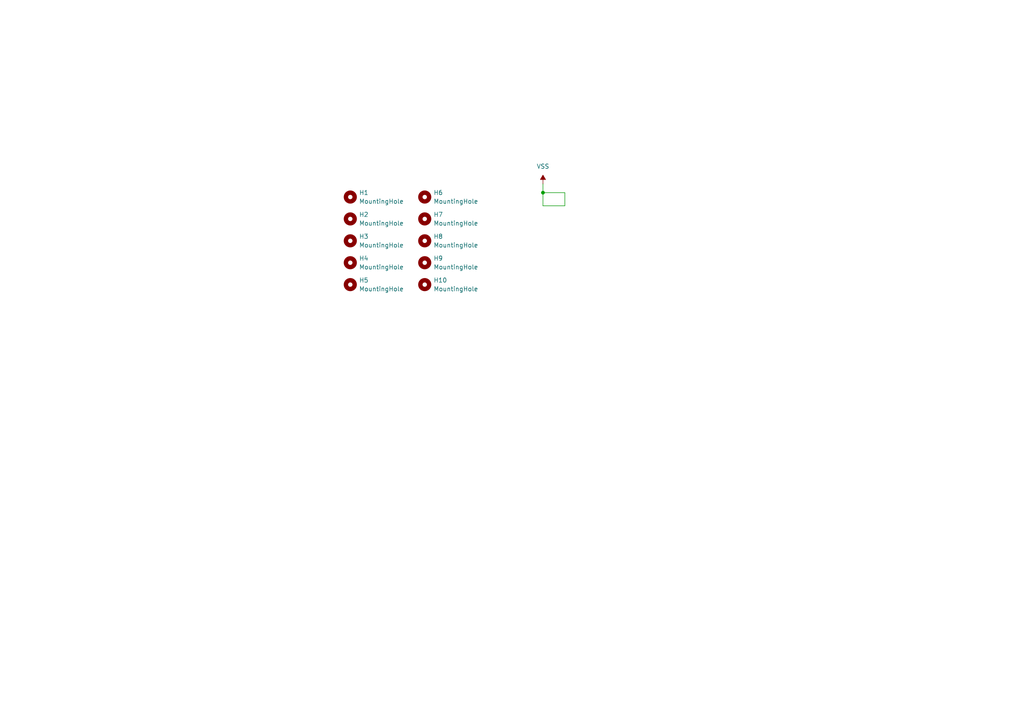
<source format=kicad_sch>
(kicad_sch (version 20230121) (generator eeschema)
  (paper "A4")
  (lib_symbols
    (symbol "Mechanical:MountingHole" (pin_names (offset 1.016))
      (property "Reference" "H" (at 0 5.08 0))
      (property "Value" "MountingHole" (at 0 3.175 0))
      (symbol "MountingHole_0_1"
        (circle (center 0 0) (radius 1.27) (stroke (width 1.27)))
      )
    )
    (symbol "power:VSS" (power) (pin_names (offset 0))
      (property "Value" "VSS" (at 0 3.81 0))
      (symbol "VSS_0_1"
        (polyline (pts (xy 0 0) (xy 0 2.54)))
        (polyline (pts (xy 0.762 1.27) (xy -0.762 1.27) (xy 0 2.54) (xy 0.762 1.27)) (fill (type outline)))
      )
      (symbol "VSS_1_1"
        (pin power_in line (at 0 0 90) (length 0) hide (name "VSS") (number "1"))
      )
    )
  )
  (junction (at 157.48 55.88))
  (wire (pts (xy 163.83 59.69) (xy 163.83 55.88)))
  (wire (pts (xy 157.48 55.88) (xy 157.48 59.69)))
  (wire (pts (xy 157.48 53.34) (xy 157.48 55.88)))
  (wire (pts (xy 157.48 59.69) (xy 163.83 59.69)))
  (wire (pts (xy 157.48 55.88) (xy 163.83 55.88)))
  (symbol (lib_id "Mechanical:MountingHole") (at 123.19 69.85 0) (unit 1)
    (property "Reference" "H8" (at 125.73 68.58 0) (effects (justify left)))
    (property "Value" "MountingHole" (at 125.73 71.12 0) (effects (justify left)))
    (property "Footprint" "UL_Standoff:M2ThreadedStandoff" (effects hide))
  )
  (symbol (lib_id "Mechanical:MountingHole") (at 101.6 76.2 0) (unit 1)
    (property "Reference" "H4" (at 104.14 74.93 0) (effects (justify left)))
    (property "Value" "MountingHole" (at 104.14 77.47 0) (effects (justify left)))
    (property "Footprint" "UL_Standoff:M2ThreadedStandoff" (effects hide))
  )
  (symbol (lib_id "Mechanical:MountingHole") (at 123.19 82.55 0) (unit 1)
    (property "Reference" "H10" (at 125.73 81.28 0) (effects (justify left)))
    (property "Value" "MountingHole" (at 125.73 83.82 0) (effects (justify left)))
    (property "Footprint" "UL_Standoff:M2ThreadedStandoff" (effects hide))
  )
  (symbol (lib_id "Mechanical:MountingHole") (at 101.6 63.5 0) (unit 1)
    (property "Reference" "H2" (at 104.14 62.23 0) (effects (justify left)))
    (property "Value" "MountingHole" (at 104.14 64.77 0) (effects (justify left)))
    (property "Footprint" "UL_Standoff:M2ThreadedStandoff" (effects hide))
  )
  (symbol (lib_id "Mechanical:MountingHole") (at 123.19 63.5 0) (unit 1)
    (property "Reference" "H7" (at 125.73 62.23 0) (effects (justify left)))
    (property "Value" "MountingHole" (at 125.73 64.77 0) (effects (justify left)))
    (property "Footprint" "UL_Standoff:M2ThreadedStandoff" (effects hide))
  )
  (symbol (lib_id "Mechanical:MountingHole") (at 123.19 57.15 0) (unit 1)
    (property "Reference" "H6" (at 125.73 55.88 0) (effects (justify left)))
    (property "Value" "MountingHole" (at 125.73 58.42 0) (effects (justify left)))
    (property "Footprint" "UL_Standoff:M2ThreadedStandoff" (effects hide))
  )
  (symbol (lib_id "Mechanical:MountingHole") (at 123.19 76.2 0) (unit 1)
    (property "Reference" "H9" (at 125.73 74.93 0) (effects (justify left)))
    (property "Value" "MountingHole" (at 125.73 77.47 0) (effects (justify left)))
    (property "Footprint" "UL_Standoff:M2ThreadedStandoff" (effects hide))
  )
  (symbol (lib_id "Mechanical:MountingHole") (at 101.6 82.55 0) (unit 1)
    (property "Reference" "H5" (at 104.14 81.28 0) (effects (justify left)))
    (property "Value" "MountingHole" (at 104.14 83.82 0) (effects (justify left)))
    (property "Footprint" "UL_Standoff:M2ThreadedStandoff" (effects hide))
  )
  (symbol (lib_id "Mechanical:MountingHole") (at 101.6 69.85 0) (unit 1)
    (property "Reference" "H3" (at 104.14 68.58 0) (effects (justify left)))
    (property "Value" "MountingHole" (at 104.14 71.12 0) (effects (justify left)))
    (property "Footprint" "UL_Standoff:M2ThreadedStandoff" (effects hide))
  )
  (symbol (lib_id "power:VSS") (at 157.48 53.34 0) (unit 1)
    (property "Reference" "#PWR01" (effects hide))
    (property "Value" "VSS" (at 157.48 48.26 0))
  )
  (symbol (lib_id "Mechanical:MountingHole") (at 101.6 57.15 0) (unit 1)
    (property "Reference" "H1" (at 104.14 55.88 0) (effects (justify left)))
    (property "Value" "MountingHole" (at 104.14 58.42 0) (effects (justify left)))
    (property "Footprint" "UL_Standoff:M2ThreadedStandoff" (effects hide))
  )
)
</source>
